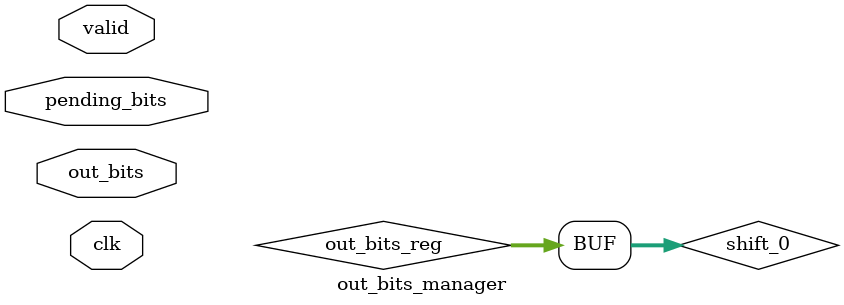
<source format=sv>
module out_bits_manager (
    input         clk         ,
    input  [15:0] out_bits    ,
    input  [ 4:0] pending_bits,
    input         valid
);

reg  [31:0] out_bits_reg;
reg  [ 4:0] index;

wire [31:0] shift_0  = out_bits_reg;
wire [31:0] shift_1  = index[0] ? shift_0 <<  1 : shift_0;
wire [31:0] shift_2  = index[1] ? shift_1 <<  2 : shift_1;
wire [31:0] shift_4  = index[2] ? shift_2 <<  4 : shift_2;
wire [31:0] shift_8  = index[3] ? shift_4 <<  8 : shift_4;
wire [31:0] shift_16 = index[4] ? shift_8 << 16 : shift_8;

reg  [31:0] shifted_reg;

always @(posedge clk) begin
    if(valid) begin
        out_bits_reg <= out_bits;
    end

    shifted_reg <= shifted_16;
end



endmodule
</source>
